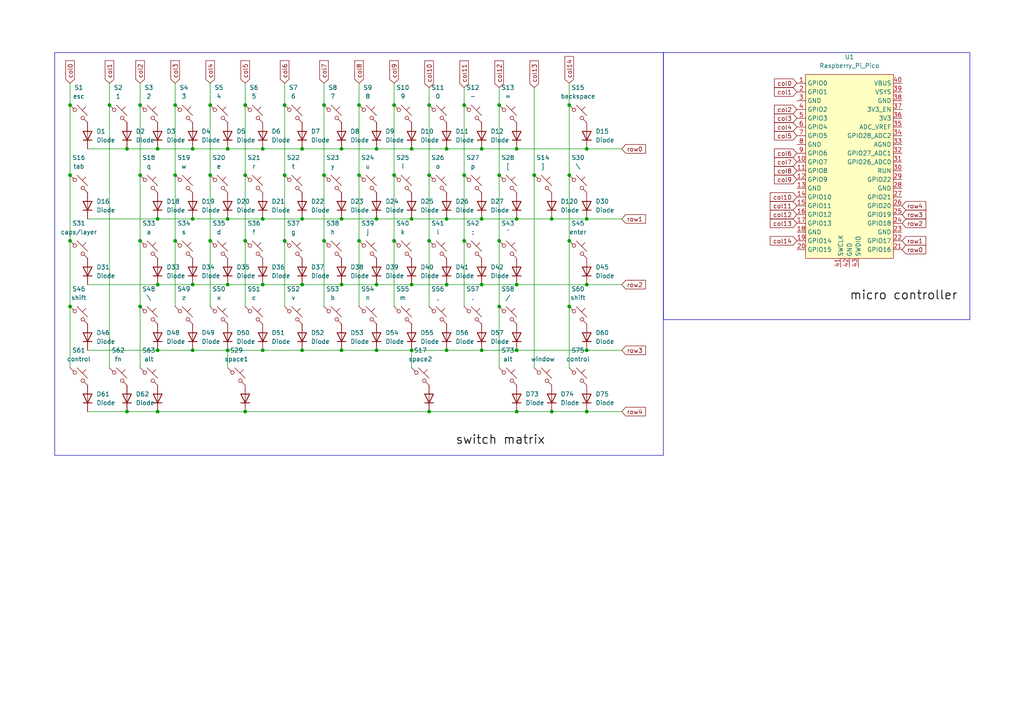
<source format=kicad_sch>
(kicad_sch (version 20250114) (generator "eeschema") (generator_version "9.0")
  (paper "A4")
  (rectangle (start 192.405 15.24) (end 281.305 92.71))
  (rectangle (start 15.875 15.24) (end 192.405 132.08))
  (junction (at 129.54 43.18))
  (junction (at 104.14 69.85))
  (junction (at 114.3 69.85))
  (junction (at 144.78 50.8))
  (junction (at 165.1 30.48))
  (junction (at 87.63 63.5))
  (junction (at 20.32 69.85))
  (junction (at 76.2 63.5))
  (junction (at 66.04 43.18))
  (junction (at 87.63 101.6))
  (junction (at 119.38 101.6))
  (junction (at 139.7 82.55))
  (junction (at 129.54 101.6))
  (junction (at 129.54 82.55))
  (junction (at 20.32 30.48))
  (junction (at 45.72 101.6))
  (junction (at 55.88 101.6))
  (junction (at 160.02 63.5))
  (junction (at 139.7 101.6))
  (junction (at 149.86 63.5))
  (junction (at 71.12 30.48))
  (junction (at 71.12 69.85))
  (junction (at 114.3 50.8))
  (junction (at 60.96 30.48))
  (junction (at 119.38 82.55))
  (junction (at 139.7 43.18))
  (junction (at 76.2 101.6))
  (junction (at 109.22 63.5))
  (junction (at 129.54 63.5))
  (junction (at 134.62 30.48))
  (junction (at 165.1 50.8))
  (junction (at 160.02 119.38))
  (junction (at 154.94 50.8))
  (junction (at 55.88 82.55))
  (junction (at 87.63 43.18))
  (junction (at 36.83 43.18))
  (junction (at 82.55 30.48))
  (junction (at 124.46 50.8))
  (junction (at 50.8 50.8))
  (junction (at 119.38 43.18))
  (junction (at 50.8 30.48))
  (junction (at 144.78 69.85))
  (junction (at 40.64 30.48))
  (junction (at 66.04 82.55))
  (junction (at 134.62 69.85))
  (junction (at 66.04 101.6))
  (junction (at 93.98 30.48))
  (junction (at 109.22 82.55))
  (junction (at 149.86 43.18))
  (junction (at 82.55 69.85))
  (junction (at 50.8 69.85))
  (junction (at 93.98 50.8))
  (junction (at 76.2 82.55))
  (junction (at 93.98 69.85))
  (junction (at 82.55 50.8))
  (junction (at 45.72 82.55))
  (junction (at 104.14 50.8))
  (junction (at 45.72 63.5))
  (junction (at 170.18 82.55))
  (junction (at 36.83 119.38))
  (junction (at 99.06 101.6))
  (junction (at 71.12 119.38))
  (junction (at 165.1 88.9))
  (junction (at 99.06 63.5))
  (junction (at 170.18 119.38))
  (junction (at 40.64 88.9))
  (junction (at 119.38 63.5))
  (junction (at 144.78 30.48))
  (junction (at 20.32 50.8))
  (junction (at 109.22 43.18))
  (junction (at 149.86 101.6))
  (junction (at 144.78 88.9))
  (junction (at 76.2 43.18))
  (junction (at 87.63 82.55))
  (junction (at 165.1 69.85))
  (junction (at 170.18 43.18))
  (junction (at 124.46 30.48))
  (junction (at 170.18 101.6))
  (junction (at 55.88 63.5))
  (junction (at 124.46 69.85))
  (junction (at 60.96 50.8))
  (junction (at 66.04 63.5))
  (junction (at 134.62 50.8))
  (junction (at 170.18 63.5))
  (junction (at 99.06 82.55))
  (junction (at 139.7 63.5))
  (junction (at 40.64 50.8))
  (junction (at 149.86 82.55))
  (junction (at 114.3 30.48))
  (junction (at 104.14 30.48))
  (junction (at 55.88 43.18))
  (junction (at 45.72 119.38))
  (junction (at 40.64 69.85))
  (junction (at 31.75 30.48))
  (junction (at 60.96 69.85))
  (junction (at 99.06 43.18))
  (junction (at 124.46 119.38))
  (junction (at 149.86 119.38))
  (junction (at 20.32 88.9))
  (junction (at 109.22 101.6))
  (junction (at 45.72 43.18))
  (junction (at 71.12 50.8))
  (wire (pts (xy 114.3 30.48) (xy 114.3 50.8)))
  (wire (pts (xy 165.1 88.9) (xy 165.1 106.68)))
  (wire (pts (xy 71.12 24.13) (xy 71.12 30.48)))
  (wire (pts (xy 82.55 30.48) (xy 82.55 50.8)))
  (wire (pts (xy 165.1 30.48) (xy 165.1 50.8)))
  (wire (pts (xy 170.18 43.18) (xy 180.34 43.18)))
  (wire (pts (xy 36.83 119.38) (xy 45.72 119.38)))
  (wire (pts (xy 144.78 25.4) (xy 144.78 30.48)))
  (wire (pts (xy 71.12 50.8) (xy 71.12 69.85)))
  (wire (pts (xy 36.83 43.18) (xy 45.72 43.18)))
  (wire (pts (xy 66.04 43.18) (xy 76.2 43.18)))
  (wire (pts (xy 160.02 119.38) (xy 170.18 119.38)))
  (wire (pts (xy 129.54 101.6) (xy 139.7 101.6)))
  (wire (pts (xy 149.86 101.6) (xy 170.18 101.6)))
  (wire (pts (xy 31.75 30.48) (xy 31.75 106.68)))
  (wire (pts (xy 109.22 101.6) (xy 119.38 101.6)))
  (wire (pts (xy 87.63 82.55) (xy 99.06 82.55)))
  (wire (pts (xy 55.88 101.6) (xy 66.04 101.6)))
  (wire (pts (xy 87.63 63.5) (xy 99.06 63.5)))
  (wire (pts (xy 82.55 69.85) (xy 82.55 88.9)))
  (wire (pts (xy 144.78 88.9) (xy 144.78 106.68)))
  (wire (pts (xy 149.86 82.55) (xy 170.18 82.55)))
  (wire (pts (xy 154.94 50.8) (xy 154.94 106.68)))
  (wire (pts (xy 180.34 119.38) (xy 170.18 119.38)))
  (wire (pts (xy 129.54 82.55) (xy 139.7 82.55)))
  (wire (pts (xy 40.64 88.9) (xy 40.64 106.68)))
  (wire (pts (xy 124.46 30.48) (xy 124.46 50.8)))
  (wire (pts (xy 124.46 50.8) (xy 124.46 69.85)))
  (wire (pts (xy 45.72 82.55) (xy 55.88 82.55)))
  (wire (pts (xy 55.88 43.18) (xy 66.04 43.18)))
  (wire (pts (xy 87.63 101.6) (xy 99.06 101.6)))
  (wire (pts (xy 45.72 63.5) (xy 55.88 63.5)))
  (wire (pts (xy 119.38 82.55) (xy 129.54 82.55)))
  (wire (pts (xy 109.22 82.55) (xy 119.38 82.55)))
  (wire (pts (xy 25.4 43.18) (xy 36.83 43.18)))
  (wire (pts (xy 76.2 82.55) (xy 87.63 82.55)))
  (wire (pts (xy 93.98 30.48) (xy 93.98 50.8)))
  (wire (pts (xy 134.62 25.4) (xy 134.62 30.48)))
  (wire (pts (xy 71.12 69.85) (xy 71.12 88.9)))
  (wire (pts (xy 134.62 69.85) (xy 134.62 88.9)))
  (wire (pts (xy 134.62 50.8) (xy 134.62 69.85)))
  (wire (pts (xy 60.96 50.8) (xy 60.96 69.85)))
  (wire (pts (xy 124.46 25.4) (xy 124.46 30.48)))
  (wire (pts (xy 114.3 69.85) (xy 114.3 88.9)))
  (wire (pts (xy 99.06 101.6) (xy 109.22 101.6)))
  (wire (pts (xy 144.78 30.48) (xy 144.78 50.8)))
  (wire (pts (xy 87.63 43.18) (xy 99.06 43.18)))
  (wire (pts (xy 40.64 24.13) (xy 40.64 30.48)))
  (wire (pts (xy 45.72 43.18) (xy 55.88 43.18)))
  (wire (pts (xy 104.14 24.13) (xy 104.14 30.48)))
  (wire (pts (xy 109.22 63.5) (xy 119.38 63.5)))
  (wire (pts (xy 25.4 101.6) (xy 45.72 101.6)))
  (wire (pts (xy 139.7 43.18) (xy 149.86 43.18)))
  (wire (pts (xy 165.1 69.85) (xy 165.1 88.9)))
  (wire (pts (xy 76.2 43.18) (xy 87.63 43.18)))
  (wire (pts (xy 45.72 119.38) (xy 71.12 119.38)))
  (wire (pts (xy 20.32 50.8) (xy 20.32 69.85)))
  (wire (pts (xy 55.88 63.5) (xy 66.04 63.5)))
  (wire (pts (xy 20.32 24.13) (xy 20.32 30.48)))
  (wire (pts (xy 40.64 50.8) (xy 40.64 69.85)))
  (wire (pts (xy 165.1 24.13) (xy 165.1 30.48)))
  (wire (pts (xy 99.06 82.55) (xy 109.22 82.55)))
  (wire (pts (xy 20.32 88.9) (xy 20.32 106.68)))
  (wire (pts (xy 60.96 30.48) (xy 60.96 50.8)))
  (wire (pts (xy 119.38 101.6) (xy 119.38 106.68)))
  (wire (pts (xy 129.54 63.5) (xy 139.7 63.5)))
  (wire (pts (xy 60.96 69.85) (xy 60.96 88.9)))
  (wire (pts (xy 25.4 82.55) (xy 45.72 82.55)))
  (wire (pts (xy 82.55 50.8) (xy 82.55 69.85)))
  (wire (pts (xy 82.55 24.13) (xy 82.55 30.48)))
  (wire (pts (xy 139.7 82.55) (xy 149.86 82.55)))
  (wire (pts (xy 45.72 101.6) (xy 55.88 101.6)))
  (wire (pts (xy 149.86 119.38) (xy 160.02 119.38)))
  (wire (pts (xy 170.18 63.5) (xy 180.34 63.5)))
  (wire (pts (xy 76.2 101.6) (xy 87.63 101.6)))
  (wire (pts (xy 124.46 69.85) (xy 124.46 88.9)))
  (wire (pts (xy 139.7 101.6) (xy 149.86 101.6)))
  (wire (pts (xy 55.88 82.55) (xy 66.04 82.55)))
  (wire (pts (xy 66.04 82.55) (xy 76.2 82.55)))
  (wire (pts (xy 129.54 43.18) (xy 139.7 43.18)))
  (wire (pts (xy 71.12 30.48) (xy 71.12 50.8)))
  (wire (pts (xy 71.12 119.38) (xy 124.46 119.38)))
  (wire (pts (xy 124.46 119.38) (xy 149.86 119.38)))
  (wire (pts (xy 119.38 101.6) (xy 129.54 101.6)))
  (wire (pts (xy 31.75 24.13) (xy 31.75 30.48)))
  (wire (pts (xy 66.04 101.6) (xy 66.04 106.68)))
  (wire (pts (xy 104.14 30.48) (xy 104.14 50.8)))
  (wire (pts (xy 25.4 63.5) (xy 45.72 63.5)))
  (wire (pts (xy 93.98 50.8) (xy 93.98 69.85)))
  (wire (pts (xy 114.3 50.8) (xy 114.3 69.85)))
  (wire (pts (xy 154.94 25.4) (xy 154.94 50.8)))
  (wire (pts (xy 109.22 43.18) (xy 119.38 43.18)))
  (wire (pts (xy 139.7 63.5) (xy 149.86 63.5)))
  (wire (pts (xy 144.78 69.85) (xy 144.78 88.9)))
  (wire (pts (xy 149.86 63.5) (xy 160.02 63.5)))
  (wire (pts (xy 93.98 69.85) (xy 93.98 88.9)))
  (wire (pts (xy 50.8 30.48) (xy 50.8 50.8)))
  (wire (pts (xy 104.14 69.85) (xy 104.14 88.9)))
  (wire (pts (xy 60.96 24.13) (xy 60.96 30.48)))
  (wire (pts (xy 160.02 63.5) (xy 170.18 63.5)))
  (wire (pts (xy 149.86 43.18) (xy 170.18 43.18)))
  (wire (pts (xy 25.4 119.38) (xy 36.83 119.38)))
  (wire (pts (xy 134.62 30.48) (xy 134.62 50.8)))
  (wire (pts (xy 180.34 101.6) (xy 170.18 101.6)))
  (wire (pts (xy 76.2 63.5) (xy 87.63 63.5)))
  (wire (pts (xy 99.06 63.5) (xy 109.22 63.5)))
  (wire (pts (xy 180.34 82.55) (xy 170.18 82.55)))
  (wire (pts (xy 119.38 43.18) (xy 129.54 43.18)))
  (wire (pts (xy 119.38 63.5) (xy 129.54 63.5)))
  (wire (pts (xy 99.06 43.18) (xy 109.22 43.18)))
  (wire (pts (xy 20.32 30.48) (xy 20.32 50.8)))
  (wire (pts (xy 20.32 69.85) (xy 20.32 88.9)))
  (wire (pts (xy 50.8 50.8) (xy 50.8 69.85)))
  (wire (pts (xy 66.04 63.5) (xy 76.2 63.5)))
  (wire (pts (xy 66.04 101.6) (xy 76.2 101.6)))
  (wire (pts (xy 40.64 30.48) (xy 40.64 50.8)))
  (wire (pts (xy 50.8 69.85) (xy 50.8 88.9)))
  (wire (pts (xy 165.1 50.8) (xy 165.1 69.85)))
  (wire (pts (xy 40.64 69.85) (xy 40.64 88.9)))
  (wire (pts (xy 50.8 24.13) (xy 50.8 30.48)))
  (wire (pts (xy 104.14 50.8) (xy 104.14 69.85)))
  (wire (pts (xy 144.78 50.8) (xy 144.78 69.85)))
  (wire (pts (xy 93.98 24.13) (xy 93.98 30.48)))
  (wire (pts (xy 114.3 24.13) (xy 114.3 30.48)))
  (label "micro controller" (at 246.38 87.63 0) (effects (font (size 2.54 2.54) (thickness 0.254) (bold yes))))
  (label "switch matrix" (at 132.08 129.54 0) (effects (font (size 2.54 2.54) (thickness 0.254) (bold yes))))
  (global_label "row2" (shape input) (at 180.34 82.55 0) (property "Intersheetrefs" "${INTERSHEET_REFS}" (effects (hide yes))))
  (global_label "row1" (shape input) (at 261.62 69.85 0) (property "Intersheetrefs" "${INTERSHEET_REFS}" (effects (hide yes))))
  (global_label "col5" (shape input) (at 231.14 39.37 180) (property "Intersheetrefs" "${INTERSHEET_REFS}" (effects (hide yes))))
  (global_label "col12" (shape input) (at 231.14 62.23 180) (property "Intersheetrefs" "${INTERSHEET_REFS}" (effects (hide yes))))
  (global_label "col8" (shape input) (at 231.14 49.53 180) (property "Intersheetrefs" "${INTERSHEET_REFS}" (effects (hide yes))))
  (global_label "row1" (shape input) (at 180.34 63.5 0) (property "Intersheetrefs" "${INTERSHEET_REFS}" (effects (hide yes))))
  (global_label "col12" (shape input) (at 144.78 25.4 90) (property "Intersheetrefs" "${INTERSHEET_REFS}" (effects (hide yes))))
  (global_label "col9" (shape input) (at 114.3 24.13 90) (property "Intersheetrefs" "${INTERSHEET_REFS}" (effects (hide yes))))
  (global_label "col2" (shape input) (at 231.14 31.75 180) (property "Intersheetrefs" "${INTERSHEET_REFS}" (effects (hide yes))))
  (global_label "col0" (shape input) (at 231.14 24.13 180) (property "Intersheetrefs" "${INTERSHEET_REFS}" (effects (hide yes))))
  (global_label "col1" (shape input) (at 31.75 24.13 90) (property "Intersheetrefs" "${INTERSHEET_REFS}" (effects (hide yes))))
  (global_label "col1" (shape input) (at 231.14 26.67 180) (property "Intersheetrefs" "${INTERSHEET_REFS}" (effects (hide yes))))
  (global_label "col4" (shape input) (at 231.14 36.83 180) (property "Intersheetrefs" "${INTERSHEET_REFS}" (effects (hide yes))))
  (global_label "col3" (shape input) (at 50.8 24.13 90) (property "Intersheetrefs" "${INTERSHEET_REFS}" (effects (hide yes))))
  (global_label "col2" (shape input) (at 40.64 24.13 90) (property "Intersheetrefs" "${INTERSHEET_REFS}" (effects (hide yes))))
  (global_label "row0" (shape input) (at 180.34 43.18 0) (property "Intersheetrefs" "${INTERSHEET_REFS}" (effects (hide yes))))
  (global_label "col4" (shape input) (at 60.96 24.13 90) (property "Intersheetrefs" "${INTERSHEET_REFS}" (effects (hide yes))))
  (global_label "col8" (shape input) (at 104.14 24.13 90) (property "Intersheetrefs" "${INTERSHEET_REFS}" (effects (hide yes))))
  (global_label "col11" (shape input) (at 231.14 59.69 180) (property "Intersheetrefs" "${INTERSHEET_REFS}" (effects (hide yes))))
  (global_label "col6" (shape input) (at 231.14 44.45 180) (property "Intersheetrefs" "${INTERSHEET_REFS}" (effects (hide yes))))
  (global_label "col3" (shape input) (at 231.14 34.29 180) (property "Intersheetrefs" "${INTERSHEET_REFS}" (effects (hide yes))))
  (global_label "col6" (shape input) (at 82.55 24.13 90) (property "Intersheetrefs" "${INTERSHEET_REFS}" (effects (hide yes))))
  (global_label "col13" (shape input) (at 231.14 64.77 180) (property "Intersheetrefs" "${INTERSHEET_REFS}" (effects (hide yes))))
  (global_label "col10" (shape input) (at 124.46 25.4 90) (property "Intersheetrefs" "${INTERSHEET_REFS}" (effects (hide yes))))
  (global_label "row3" (shape input) (at 261.62 62.23 0) (property "Intersheetrefs" "${INTERSHEET_REFS}" (effects (hide yes))))
  (global_label "row3" (shape input) (at 180.34 101.6 0) (property "Intersheetrefs" "${INTERSHEET_REFS}" (effects (hide yes))))
  (global_label "col7" (shape input) (at 93.98 24.13 90) (property "Intersheetrefs" "${INTERSHEET_REFS}" (effects (hide yes))))
  (global_label "col14" (shape input) (at 165.1 24.13 90) (property "Intersheetrefs" "${INTERSHEET_REFS}" (effects (hide yes))))
  (global_label "col0" (shape input) (at 20.32 24.13 90) (property "Intersheetrefs" "${INTERSHEET_REFS}" (effects (hide yes))))
  (global_label "row0" (shape input) (at 261.62 72.39 0) (property "Intersheetrefs" "${INTERSHEET_REFS}" (effects (hide yes))))
  (global_label "col5" (shape input) (at 71.12 24.13 90) (property "Intersheetrefs" "${INTERSHEET_REFS}" (effects (hide yes))))
  (global_label "col7" (shape input) (at 231.14 46.99 180) (property "Intersheetrefs" "${INTERSHEET_REFS}" (effects (hide yes))))
  (global_label "col9" (shape input) (at 231.14 52.07 180) (property "Intersheetrefs" "${INTERSHEET_REFS}" (effects (hide yes))))
  (global_label "row4" (shape input) (at 261.62 59.69 0) (property "Intersheetrefs" "${INTERSHEET_REFS}" (effects (hide yes))))
  (global_label "row2" (shape input) (at 261.62 64.77 0) (property "Intersheetrefs" "${INTERSHEET_REFS}" (effects (hide yes))))
  (global_label "col14" (shape input) (at 231.14 69.85 180) (property "Intersheetrefs" "${INTERSHEET_REFS}" (effects (hide yes))))
  (global_label "col11" (shape input) (at 134.62 25.4 90) (property "Intersheetrefs" "${INTERSHEET_REFS}" (effects (hide yes))))
  (global_label "col13" (shape input) (at 154.94 25.4 90) (property "Intersheetrefs" "${INTERSHEET_REFS}" (effects (hide yes))))
  (global_label "col10" (shape input) (at 231.14 57.15 180) (property "Intersheetrefs" "${INTERSHEET_REFS}" (effects (hide yes))))
  (global_label "row4" (shape input) (at 180.34 119.38 0) (property "Intersheetrefs" "${INTERSHEET_REFS}" (effects (hide yes))))
  (symbol (lib_id "ScottoKeebs:Placeholder_Keyswitch") (at 63.5 33.02 0) (unit 1)
    (property "Reference" "S5" (at 63.5 25.4 0))
    (property "Value" "4" (at 63.5 27.94 0))
    (property "Footprint" "PCM_Switch_Keyboard_Hotswap_Kailh:SW_Hotswap_Kailh_Choc_V1V2_1.00u" (effects (hide yes)))
    (property "Description" "Push button switch, normally open, two pins, 45° tilted" (effects (hide yes)))
  )
  (symbol (lib_id "ScottoKeebs:Placeholder_Diode") (at 45.72 59.69 90) (unit 1)
    (property "Reference" "D18" (at 48.26 58.4199 90) (effects (justify right)))
    (property "Value" "Diode" (at 48.26 60.9599 90) (effects (justify right)))
    (property "Footprint" "Diode_SMD:D_SOD-123F" (effects (hide yes)))
    (property "Description" "1N4148 (DO-35) or 1N4148W (SOD-123)" (effects (hide yes)))
    (property "Sim.Device" "D" (effects (hide yes)))
    (property "Sim.Pins" "1=K 2=A" (effects (hide yes)))
  )
  (symbol (lib_id "ScottoKeebs:Placeholder_Diode") (at 45.72 78.74 90) (unit 1)
    (property "Reference" "D33" (at 48.26 77.4699 90) (effects (justify right)))
    (property "Value" "Diode" (at 48.26 80.0099 90) (effects (justify right)))
    (property "Footprint" "Diode_SMD:D_SOD-123F" (effects (hide yes)))
    (property "Description" "1N4148 (DO-35) or 1N4148W (SOD-123)" (effects (hide yes)))
    (property "Sim.Device" "D" (effects (hide yes)))
    (property "Sim.Pins" "1=K 2=A" (effects (hide yes)))
  )
  (symbol (lib_id "ScottoKeebs:Placeholder_Keyswitch") (at 147.32 33.02 0) (unit 1)
    (property "Reference" "S13" (at 147.32 25.4 0))
    (property "Value" "=" (at 147.32 27.94 0))
    (property "Footprint" "PCM_Switch_Keyboard_Hotswap_Kailh:SW_Hotswap_Kailh_Choc_V1V2_1.00u" (effects (hide yes)))
    (property "Description" "Push button switch, normally open, two pins, 45° tilted" (effects (hide yes)))
  )
  (symbol (lib_id "ScottoKeebs:Placeholder_Diode") (at 149.86 78.74 90) (unit 1)
    (property "Reference" "D43" (effects (hide yes)))
    (property "Value" "Diode" (effects (hide yes)))
    (property "Footprint" "Diode_SMD:D_SOD-123F" (effects (hide yes)))
    (property "Description" "1N4148 (DO-35) or 1N4148W (SOD-123)" (effects (hide yes)))
    (property "Sim.Device" "D" (effects (hide yes)))
    (property "Sim.Pins" "1=K 2=A" (effects (hide yes)))
  )
  (symbol (lib_id "ScottoKeebs:Placeholder_Diode") (at 139.7 39.37 90) (unit 1)
    (property "Reference" "D12" (at 142.24 38.0999 90) (effects (justify right)))
    (property "Value" "Diode" (at 142.24 40.6399 90) (effects (justify right)))
    (property "Footprint" "Diode_SMD:D_SOD-123F" (effects (hide yes)))
    (property "Description" "1N4148 (DO-35) or 1N4148W (SOD-123)" (effects (hide yes)))
    (property "Sim.Device" "D" (effects (hide yes)))
    (property "Sim.Pins" "1=K 2=A" (effects (hide yes)))
  )
  (symbol (lib_id "ScottoKeebs:Placeholder_Keyswitch") (at 127 33.02 0) (unit 1)
    (property "Reference" "S11" (at 127 25.4 0))
    (property "Value" "0" (at 127 27.94 0))
    (property "Footprint" "PCM_Switch_Keyboard_Hotswap_Kailh:SW_Hotswap_Kailh_Choc_V1V2_1.00u" (effects (hide yes)))
    (property "Description" "Push button switch, normally open, two pins, 45° tilted" (effects (hide yes)))
  )
  (symbol (lib_id "ScottoKeebs:Placeholder_Keyswitch") (at 22.86 33.02 0) (unit 1)
    (property "Reference" "S1" (at 22.86 25.4 0))
    (property "Value" "esc" (at 22.86 27.94 0))
    (property "Footprint" "PCM_Switch_Keyboard_Hotswap_Kailh:SW_Hotswap_Kailh_Choc_V1V2_1.00u" (effects (hide yes)))
    (property "Description" "Push button switch, normally open, two pins, 45° tilted" (effects (hide yes)))
  )
  (symbol (lib_id "ScottoKeebs:Placeholder_Diode") (at 55.88 59.69 90) (unit 1)
    (property "Reference" "D19" (at 58.42 58.4199 90) (effects (justify right)))
    (property "Value" "Diode" (at 58.42 60.9599 90) (effects (justify right)))
    (property "Footprint" "Diode_SMD:D_SOD-123F" (effects (hide yes)))
    (property "Description" "1N4148 (DO-35) or 1N4148W (SOD-123)" (effects (hide yes)))
    (property "Sim.Device" "D" (effects (hide yes)))
    (property "Sim.Pins" "1=K 2=A" (effects (hide yes)))
  )
  (symbol (lib_id "ScottoKeebs:Placeholder_Keyswitch") (at 85.09 53.34 0) (unit 1)
    (property "Reference" "S22" (at 85.09 45.72 0))
    (property "Value" "t" (at 85.09 48.26 0))
    (property "Footprint" "PCM_Switch_Keyboard_Hotswap_Kailh:SW_Hotswap_Kailh_Choc_V1V2_1.00u" (effects (hide yes)))
    (property "Description" "Push button switch, normally open, two pins, 45° tilted" (effects (hide yes)))
  )
  (symbol (lib_id "ScottoKeebs:Placeholder_Keyswitch") (at 147.32 91.44 0) (unit 1)
    (property "Reference" "S58" (at 147.32 83.82 0))
    (property "Value" "/" (at 147.32 86.36 0))
    (property "Footprint" "PCM_Switch_Keyboard_Hotswap_Kailh:SW_Hotswap_Kailh_Choc_V1V2_1.00u" (effects (hide yes)))
    (property "Description" "Push button switch, normally open, two pins, 45° tilted" (effects (hide yes)))
  )
  (symbol (lib_id "ScottoKeebs:Placeholder_Keyswitch") (at 43.18 72.39 0) (unit 1)
    (property "Reference" "S33" (at 43.18 64.77 0))
    (property "Value" "a" (at 43.18 67.31 0))
    (property "Footprint" "PCM_Switch_Keyboard_Hotswap_Kailh:SW_Hotswap_Kailh_Choc_V1V2_1.00u" (effects (hide yes)))
    (property "Description" "Push button switch, normally open, two pins, 45° tilted" (effects (hide yes)))
  )
  (symbol (lib_id "ScottoKeebs:Placeholder_Keyswitch") (at 127 72.39 0) (unit 1)
    (property "Reference" "S41" (at 127 64.77 0))
    (property "Value" "l" (at 127 67.31 0))
    (property "Footprint" "PCM_Switch_Keyboard_Hotswap_Kailh:SW_Hotswap_Kailh_Choc_V1V2_1.00u" (effects (hide yes)))
    (property "Description" "Push button switch, normally open, two pins, 45° tilted" (effects (hide yes)))
  )
  (symbol (lib_id "ScottoKeebs:Placeholder_Diode") (at 66.04 39.37 90) (unit 1)
    (property "Reference" "D5" (at 68.58 38.0999 90) (effects (justify right)))
    (property "Value" "Diode" (at 68.58 40.6399 90) (effects (justify right)))
    (property "Footprint" "Diode_SMD:D_SOD-123F" (effects (hide yes)))
    (property "Description" "1N4148 (DO-35) or 1N4148W (SOD-123)" (effects (hide yes)))
    (property "Sim.Device" "D" (effects (hide yes)))
    (property "Sim.Pins" "1=K 2=A" (effects (hide yes)))
  )
  (symbol (lib_id "ScottoKeebs:Placeholder_Keyswitch") (at 43.18 53.34 0) (unit 1)
    (property "Reference" "S18" (at 43.18 45.72 0))
    (property "Value" "q" (at 43.18 48.26 0))
    (property "Footprint" "PCM_Switch_Keyboard_Hotswap_Kailh:SW_Hotswap_Kailh_Choc_V1V2_1.00u" (effects (hide yes)))
    (property "Description" "Push button switch, normally open, two pins, 45° tilted" (effects (hide yes)))
  )
  (symbol (lib_id "ScottoKeebs:Placeholder_Keyswitch") (at 127 91.44 0) (unit 1)
    (property "Reference" "S56" (at 127 83.82 0))
    (property "Value" "," (at 127 86.36 0))
    (property "Footprint" "PCM_Switch_Keyboard_Hotswap_Kailh:SW_Hotswap_Kailh_Choc_V1V2_1.00u" (effects (hide yes)))
    (property "Description" "Push button switch, normally open, two pins, 45° tilted" (effects (hide yes)))
  )
  (symbol (lib_id "ScottoKeebs:Placeholder_Keyswitch") (at 53.34 53.34 0) (unit 1)
    (property "Reference" "S19" (at 53.34 45.72 0))
    (property "Value" "w" (at 53.34 48.26 0))
    (property "Footprint" "PCM_Switch_Keyboard_Hotswap_Kailh:SW_Hotswap_Kailh_Choc_V1V2_1.00u" (effects (hide yes)))
    (property "Description" "Push button switch, normally open, two pins, 45° tilted" (effects (hide yes)))
  )
  (symbol (lib_id "ScottoKeebs:Placeholder_Diode") (at 25.4 115.57 90) (unit 1)
    (property "Reference" "D61" (at 27.94 114.2999 90) (effects (justify right)))
    (property "Value" "Diode" (at 27.94 116.8399 90) (effects (justify right)))
    (property "Footprint" "Diode_SMD:D_SOD-123F" (effects (hide yes)))
    (property "Description" "1N4148 (DO-35) or 1N4148W (SOD-123)" (effects (hide yes)))
    (property "Sim.Device" "D" (effects (hide yes)))
    (property "Sim.Pins" "1=K 2=A" (effects (hide yes)))
  )
  (symbol (lib_id "ScottoKeebs:Placeholder_Diode") (at 45.72 39.37 90) (unit 1)
    (property "Reference" "D3" (at 48.26 38.0999 90) (effects (justify right)))
    (property "Value" "Diode" (at 48.26 40.6399 90) (effects (justify right)))
    (property "Footprint" "Diode_SMD:D_SOD-123F" (effects (hide yes)))
    (property "Description" "1N4148 (DO-35) or 1N4148W (SOD-123)" (effects (hide yes)))
    (property "Sim.Device" "D" (effects (hide yes)))
    (property "Sim.Pins" "1=K 2=A" (effects (hide yes)))
  )
  (symbol (lib_id "ScottoKeebs:Placeholder_Diode") (at 139.7 97.79 90) (unit 1)
    (property "Reference" "D57" (at 142.24 96.5199 90) (effects (justify right)))
    (property "Value" "Diode" (at 142.24 99.0599 90) (effects (justify right)))
    (property "Footprint" "Diode_SMD:D_SOD-123F" (effects (hide yes)))
    (property "Description" "1N4148 (DO-35) or 1N4148W (SOD-123)" (effects (hide yes)))
    (property "Sim.Device" "D" (effects (hide yes)))
    (property "Sim.Pins" "1=K 2=A" (effects (hide yes)))
  )
  (symbol (lib_id "ScottoKeebs:Placeholder_Keyswitch") (at 73.66 53.34 0) (unit 1)
    (property "Reference" "S21" (at 73.66 45.72 0))
    (property "Value" "r" (at 73.66 48.26 0))
    (property "Footprint" "PCM_Switch_Keyboard_Hotswap_Kailh:SW_Hotswap_Kailh_Choc_V1V2_1.00u" (effects (hide yes)))
    (property "Description" "Push button switch, normally open, two pins, 45° tilted" (effects (hide yes)))
  )
  (symbol (lib_id "ScottoKeebs:Placeholder_Keyswitch") (at 34.29 33.02 0) (unit 1)
    (property "Reference" "S2" (at 34.29 25.4 0))
    (property "Value" "1" (at 34.29 27.94 0))
    (property "Footprint" "PCM_Switch_Keyboard_Hotswap_Kailh:SW_Hotswap_Kailh_Choc_V1V2_1.00u" (effects (hide yes)))
    (property "Description" "Push button switch, normally open, two pins, 45° tilted" (effects (hide yes)))
  )
  (symbol (lib_id "ScottoKeebs:Placeholder_Keyswitch") (at 96.52 53.34 0) (unit 1)
    (property "Reference" "S23" (at 96.52 45.72 0))
    (property "Value" "y" (at 96.52 48.26 0))
    (property "Footprint" "PCM_Switch_Keyboard_Hotswap_Kailh:SW_Hotswap_Kailh_Choc_V1V2_1.00u" (effects (hide yes)))
    (property "Description" "Push button switch, normally open, two pins, 45° tilted" (effects (hide yes)))
  )
  (symbol (lib_id "ScottoKeebs:Placeholder_Keyswitch") (at 137.16 33.02 0) (unit 1)
    (property "Reference" "S12" (at 137.16 25.4 0))
    (property "Value" "-" (at 137.16 27.94 0))
    (property "Footprint" "PCM_Switch_Keyboard_Hotswap_Kailh:SW_Hotswap_Kailh_Choc_V1V2_1.00u" (effects (hide yes)))
    (property "Description" "Push button switch, normally open, two pins, 45° tilted" (effects (hide yes)))
  )
  (symbol (lib_id "ScottoKeebs:Placeholder_Diode") (at 36.83 39.37 90) (unit 1)
    (property "Reference" "D2" (at 39.37 38.0999 90) (effects (justify right)))
    (property "Value" "Diode" (at 39.37 40.6399 90) (effects (justify right)))
    (property "Footprint" "Diode_SMD:D_SOD-123F" (effects (hide yes)))
    (property "Description" "1N4148 (DO-35) or 1N4148W (SOD-123)" (effects (hide yes)))
    (property "Sim.Device" "D" (effects (hide yes)))
    (property "Sim.Pins" "1=K 2=A" (effects (hide yes)))
  )
  (symbol (lib_id "ScottoKeebs:Placeholder_Keyswitch") (at 147.32 72.39 0) (unit 1)
    (property "Reference" "S43" (at 147.32 64.77 0))
    (property "Value" "'" (at 147.32 67.31 0))
    (property "Footprint" "PCM_Switch_Keyboard_Hotswap_Kailh:SW_Hotswap_Kailh_Choc_V1V2_1.00u" (effects (hide yes)))
    (property "Description" "Push button switch, normally open, two pins, 45° tilted" (effects (hide yes)))
  )
  (symbol (lib_id "ScottoKeebs:Placeholder_Diode") (at 149.86 115.57 90) (unit 1)
    (property "Reference" "D73" (at 152.4 114.2999 90) (effects (justify right)))
    (property "Value" "Diode" (at 152.4 116.8399 90) (effects (justify right)))
    (property "Footprint" "Diode_SMD:D_SOD-123F" (effects (hide yes)))
    (property "Description" "1N4148 (DO-35) or 1N4148W (SOD-123)" (effects (hide yes)))
    (property "Sim.Device" "D" (effects (hide yes)))
    (property "Sim.Pins" "1=K 2=A" (effects (hide yes)))
  )
  (symbol (lib_id "ScottoKeebs:Placeholder_Keyswitch") (at 167.64 109.22 0) (unit 1)
    (property "Reference" "S75" (at 167.64 101.6 0))
    (property "Value" "control" (at 167.64 104.14 0))
    (property "Footprint" "PCM_Switch_Keyboard_Hotswap_Kailh:SW_Hotswap_Kailh_Choc_V1V2_1.00u" (effects (hide yes)))
    (property "Description" "Push button switch, normally open, two pins, 45° tilted" (effects (hide yes)))
  )
  (symbol (lib_id "ScottoKeebs:Placeholder_Keyswitch") (at 121.92 109.22 0) (unit 1)
    (property "Reference" "S17" (at 121.92 101.6 0))
    (property "Value" "space2" (at 121.92 104.14 0))
    (property "Footprint" "PCM_Switch_Keyboard_Hotswap_Kailh:SW_Hotswap_Kailh_Choc_V1V2_1.25u" (effects (hide yes)))
    (property "Description" "Push button switch, normally open, two pins, 45° tilted" (effects (hide yes)))
  )
  (symbol (lib_id "ScottoKeebs:Placeholder_Diode") (at 36.83 115.57 90) (unit 1)
    (property "Reference" "D62" (at 39.37 114.2999 90) (effects (justify right)))
    (property "Value" "Diode" (at 39.37 116.8399 90) (effects (justify right)))
    (property "Footprint" "Diode_SMD:D_SOD-123F" (effects (hide yes)))
    (property "Description" "1N4148 (DO-35) or 1N4148W (SOD-123)" (effects (hide yes)))
    (property "Sim.Device" "D" (effects (hide yes)))
    (property "Sim.Pins" "1=K 2=A" (effects (hide yes)))
  )
  (symbol (lib_id "ScottoKeebs:Placeholder_Diode") (at 25.4 59.69 90) (unit 1)
    (property "Reference" "D16" (at 27.94 58.4199 90) (effects (justify right)))
    (property "Value" "Diode" (at 27.94 60.9599 90) (effects (justify right)))
    (property "Footprint" "Diode_SMD:D_SOD-123F" (effects (hide yes)))
    (property "Description" "1N4148 (DO-35) or 1N4148W (SOD-123)" (effects (hide yes)))
    (property "Sim.Device" "D" (effects (hide yes)))
    (property "Sim.Pins" "1=K 2=A" (effects (hide yes)))
  )
  (symbol (lib_id "ScottoKeebs:Placeholder_Keyswitch") (at 53.34 72.39 0) (unit 1)
    (property "Reference" "S34" (at 53.34 64.77 0))
    (property "Value" "s" (at 53.34 67.31 0))
    (property "Footprint" "PCM_Switch_Keyboard_Hotswap_Kailh:SW_Hotswap_Kailh_Choc_V1V2_1.00u" (effects (hide yes)))
    (property "Description" "Push button switch, normally open, two pins, 45° tilted" (effects (hide yes)))
  )
  (symbol (lib_id "ScottoKeebs:Placeholder_Diode") (at 149.86 59.69 90) (unit 1)
    (property "Reference" "D28" (effects (hide yes)))
    (property "Value" "Diode" (effects (hide yes)))
    (property "Footprint" "Diode_SMD:D_SOD-123F" (effects (hide yes)))
    (property "Description" "1N4148 (DO-35) or 1N4148W (SOD-123)" (effects (hide yes)))
    (property "Sim.Device" "D" (effects (hide yes)))
    (property "Sim.Pins" "1=K 2=A" (effects (hide yes)))
  )
  (symbol (lib_id "ScottoKeebs:Placeholder_Keyswitch") (at 137.16 91.44 0) (unit 1)
    (property "Reference" "S57" (at 137.16 83.82 0))
    (property "Value" "." (at 137.16 86.36 0))
    (property "Footprint" "PCM_Switch_Keyboard_Hotswap_Kailh:SW_Hotswap_Kailh_Choc_V1V2_1.00u" (effects (hide yes)))
    (property "Description" "Push button switch, normally open, two pins, 45° tilted" (effects (hide yes)))
  )
  (symbol (lib_id "ScottoKeebs:Placeholder_Keyswitch") (at 106.68 53.34 0) (unit 1)
    (property "Reference" "S24" (at 106.68 45.72 0))
    (property "Value" "u" (at 106.68 48.26 0))
    (property "Footprint" "PCM_Switch_Keyboard_Hotswap_Kailh:SW_Hotswap_Kailh_Choc_V1V2_1.00u" (effects (hide yes)))
    (property "Description" "Push button switch, normally open, two pins, 45° tilted" (effects (hide yes)))
  )
  (symbol (lib_id "ScottoKeebs:Placeholder_Keyswitch") (at 116.84 72.39 0) (unit 1)
    (property "Reference" "S40" (at 116.84 64.77 0))
    (property "Value" "k" (at 116.84 67.31 0))
    (property "Footprint" "PCM_Switch_Keyboard_Hotswap_Kailh:SW_Hotswap_Kailh_Choc_V1V2_1.00u" (effects (hide yes)))
    (property "Description" "Push button switch, normally open, two pins, 45° tilted" (effects (hide yes)))
  )
  (symbol (lib_id "ScottoKeebs:Placeholder_Keyswitch") (at 63.5 53.34 0) (unit 1)
    (property "Reference" "S20" (at 63.5 45.72 0))
    (property "Value" "e" (at 63.5 48.26 0))
    (property "Footprint" "PCM_Switch_Keyboard_Hotswap_Kailh:SW_Hotswap_Kailh_Choc_V1V2_1.00u" (effects (hide yes)))
    (property "Description" "Push button switch, normally open, two pins, 45° tilted" (effects (hide yes)))
  )
  (symbol (lib_id "ScottoKeebs:Placeholder_Diode") (at 129.54 78.74 90) (unit 1)
    (property "Reference" "D41" (at 132.08 77.4699 90) (effects (justify right)))
    (property "Value" "Diode" (at 132.08 80.0099 90) (effects (justify right)))
    (property "Footprint" "Diode_SMD:D_SOD-123F" (effects (hide yes)))
    (property "Description" "1N4148 (DO-35) or 1N4148W (SOD-123)" (effects (hide yes)))
    (property "Sim.Device" "D" (effects (hide yes)))
    (property "Sim.Pins" "1=K 2=A" (effects (hide yes)))
  )
  (symbol (lib_id "ScottoKeebs:Placeholder_Keyswitch") (at 43.18 109.22 0) (unit 1)
    (property "Reference" "S63" (at 43.18 101.6 0))
    (property "Value" "alt" (at 43.18 104.14 0))
    (property "Footprint" "PCM_Switch_Keyboard_Hotswap_Kailh:SW_Hotswap_Kailh_Choc_V1V2_1.00u" (effects (hide yes)))
    (property "Description" "Push button switch, normally open, two pins, 45° tilted" (effects (hide yes)))
  )
  (symbol (lib_id "ScottoKeebs:Placeholder_Keyswitch") (at 63.5 72.39 0) (unit 1)
    (property "Reference" "S35" (at 63.5 64.77 0))
    (property "Value" "d" (at 63.5 67.31 0))
    (property "Footprint" "PCM_Switch_Keyboard_Hotswap_Kailh:SW_Hotswap_Kailh_Choc_V1V2_1.00u" (effects (hide yes)))
    (property "Description" "Push button switch, normally open, two pins, 45° tilted" (effects (hide yes)))
  )
  (symbol (lib_id "ScottoKeebs:Placeholder_Keyswitch") (at 53.34 91.44 0) (unit 1)
    (property "Reference" "S49" (at 53.34 83.82 0))
    (property "Value" "z" (at 53.34 86.36 0))
    (property "Footprint" "PCM_Switch_Keyboard_Hotswap_Kailh:SW_Hotswap_Kailh_Choc_V1V2_1.00u" (effects (hide yes)))
    (property "Description" "Push button switch, normally open, two pins, 45° tilted" (effects (hide yes)))
  )
  (symbol (lib_id "ScottoKeebs:Placeholder_Diode") (at 149.86 39.37 90) (unit 1)
    (property "Reference" "D13" (effects (hide yes)))
    (property "Value" "Diode" (effects (hide yes)))
    (property "Footprint" "Diode_SMD:D_SOD-123F" (effects (hide yes)))
    (property "Description" "1N4148 (DO-35) or 1N4148W (SOD-123)" (effects (hide yes)))
    (property "Sim.Device" "D" (effects (hide yes)))
    (property "Sim.Pins" "1=K 2=A" (effects (hide yes)))
  )
  (symbol (lib_id "ScottoKeebs:Placeholder_Keyswitch") (at 116.84 91.44 0) (unit 1)
    (property "Reference" "S55" (at 116.84 83.82 0))
    (property "Value" "m" (at 116.84 86.36 0))
    (property "Footprint" "PCM_Switch_Keyboard_Hotswap_Kailh:SW_Hotswap_Kailh_Choc_V1V2_1.00u" (effects (hide yes)))
    (property "Description" "Push button switch, normally open, two pins, 45° tilted" (effects (hide yes)))
  )
  (symbol (lib_id "ScottoKeebs:Placeholder_Diode") (at 160.02 59.69 90) (unit 1)
    (property "Reference" "D120" (at 162.56 58.4199 90) (effects (justify right)))
    (property "Value" "Diode" (at 162.56 60.9599 90) (effects (justify right)))
    (property "Footprint" "Diode_SMD:D_SOD-123F" (effects (hide yes)))
    (property "Description" "1N4148 (DO-35) or 1N4148W (SOD-123)" (effects (hide yes)))
    (property "Sim.Device" "D" (effects (hide yes)))
    (property "Sim.Pins" "1=K 2=A" (effects (hide yes)))
  )
  (symbol (lib_id "ScottoKeebs:Placeholder_Keyswitch") (at 106.68 72.39 0) (unit 1)
    (property "Reference" "S39" (at 106.68 64.77 0))
    (property "Value" "j" (at 106.68 67.31 0))
    (property "Footprint" "PCM_Switch_Keyboard_Hotswap_Kailh:SW_Hotswap_Kailh_Choc_V1V2_1.00u" (effects (hide yes)))
    (property "Description" "Push button switch, normally open, two pins, 45° tilted" (effects (hide yes)))
  )
  (symbol (lib_id "ScottoKeebs:Placeholder_Keyswitch") (at 34.29 109.22 0) (unit 1)
    (property "Reference" "S62" (at 34.29 101.6 0))
    (property "Value" "fn" (at 34.29 104.14 0))
    (property "Footprint" "PCM_Switch_Keyboard_Hotswap_Kailh:SW_Hotswap_Kailh_Choc_V1V2_1.00u" (effects (hide yes)))
    (property "Description" "Push button switch, normally open, two pins, 45° tilted" (effects (hide yes)))
  )
  (symbol (lib_id "ScottoKeebs:Placeholder_Keyswitch") (at 73.66 91.44 0) (unit 1)
    (property "Reference" "S51" (at 73.66 83.82 0))
    (property "Value" "c" (at 73.66 86.36 0))
    (property "Footprint" "PCM_Switch_Keyboard_Hotswap_Kailh:SW_Hotswap_Kailh_Choc_V1V2_1.00u" (effects (hide yes)))
    (property "Description" "Push button switch, normally open, two pins, 45° tilted" (effects (hide yes)))
  )
  (symbol (lib_id "ScottoKeebs:Placeholder_Keyswitch") (at 116.84 33.02 0) (unit 1)
    (property "Reference" "S10" (at 116.84 25.4 0))
    (property "Value" "9" (at 116.84 27.94 0))
    (property "Footprint" "PCM_Switch_Keyboard_Hotswap_Kailh:SW_Hotswap_Kailh_Choc_V1V2_1.00u" (effects (hide yes)))
    (property "Description" "Push button switch, normally open, two pins, 45° tilted" (effects (hide yes)))
  )
  (symbol (lib_id "ScottoKeebs:Placeholder_Diode") (at 129.54 39.37 90) (unit 1)
    (property "Reference" "D11" (at 132.08 38.0999 90) (effects (justify right)))
    (property "Value" "Diode" (at 132.08 40.6399 90) (effects (justify right)))
    (property "Footprint" "Diode_SMD:D_SOD-123F" (effects (hide yes)))
    (property "Description" "1N4148 (DO-35) or 1N4148W (SOD-123)" (effects (hide yes)))
    (property "Sim.Device" "D" (effects (hide yes)))
    (property "Sim.Pins" "1=K 2=A" (effects (hide yes)))
  )
  (symbol (lib_id "ScottoKeebs:Placeholder_Diode") (at 87.63 78.74 90) (unit 1)
    (property "Reference" "D37" (at 90.17 77.4699 90) (effects (justify right)))
    (property "Value" "Diode" (at 90.17 80.0099 90) (effects (justify right)))
    (property "Footprint" "Diode_SMD:D_SOD-123F" (effects (hide yes)))
    (property "Description" "1N4148 (DO-35) or 1N4148W (SOD-123)" (effects (hide yes)))
    (property "Sim.Device" "D" (effects (hide yes)))
    (property "Sim.Pins" "1=K 2=A" (effects (hide yes)))
  )
  (symbol (lib_id "ScottoKeebs:Placeholder_Diode") (at 99.06 97.79 90) (unit 1)
    (property "Reference" "D53" (at 101.6 96.5199 90) (effects (justify right)))
    (property "Value" "Diode" (at 101.6 99.0599 90) (effects (justify right)))
    (property "Footprint" "Diode_SMD:D_SOD-123F" (effects (hide yes)))
    (property "Description" "1N4148 (DO-35) or 1N4148W (SOD-123)" (effects (hide yes)))
    (property "Sim.Device" "D" (effects (hide yes)))
    (property "Sim.Pins" "1=K 2=A" (effects (hide yes)))
  )
  (symbol (lib_id "ScottoKeebs:MCU_Raspberry_Pi_Pico") (at 246.38 48.26 0) (unit 1)
    (property "Reference" "U1" (at 246.38 16.51 0))
    (property "Value" "Raspberry_Pi_Pico" (at 246.38 19.05 0))
    (property "Footprint" "ScottoKeebs_MCU:Raspberry_Pi_Pico" (effects (hide yes)))
  )
  (symbol (lib_id "ScottoKeebs:Placeholder_Diode") (at 76.2 97.79 90) (unit 1)
    (property "Reference" "D51" (at 78.74 96.5199 90) (effects (justify right)))
    (property "Value" "Diode" (at 78.74 99.0599 90) (effects (justify right)))
    (property "Footprint" "Diode_SMD:D_SOD-123F" (effects (hide yes)))
    (property "Description" "1N4148 (DO-35) or 1N4148W (SOD-123)" (effects (hide yes)))
    (property "Sim.Device" "D" (effects (hide yes)))
    (property "Sim.Pins" "1=K 2=A" (effects (hide yes)))
  )
  (symbol (lib_id "ScottoKeebs:Placeholder_Keyswitch") (at 167.64 72.39 0) (unit 1)
    (property "Reference" "S45" (at 167.64 64.77 0))
    (property "Value" "enter" (at 167.64 67.31 0))
    (property "Footprint" "PCM_Switch_Keyboard_Hotswap_Kailh:SW_Hotswap_Kailh_Choc_V1V2_1.25u" (effects (hide yes)))
    (property "Description" "Push button switch, normally open, two pins, 45° tilted" (effects (hide yes)))
  )
  (symbol (lib_id "ScottoKeebs:Placeholder_Keyswitch") (at 43.18 33.02 0) (unit 1)
    (property "Reference" "S3" (at 43.18 25.4 0))
    (property "Value" "2" (at 43.18 27.94 0))
    (property "Footprint" "PCM_Switch_Keyboard_Hotswap_Kailh:SW_Hotswap_Kailh_Choc_V1V2_1.00u" (effects (hide yes)))
    (property "Description" "Push button switch, normally open, two pins, 45° tilted" (effects (hide yes)))
  )
  (symbol (lib_id "ScottoKeebs:Placeholder_Diode") (at 119.38 97.79 90) (unit 1)
    (property "Reference" "D55" (at 121.92 96.5199 90) (effects (justify right)))
    (property "Value" "Diode" (at 121.92 99.0599 90) (effects (justify right)))
    (property "Footprint" "Diode_SMD:D_SOD-123F" (effects (hide yes)))
    (property "Description" "1N4148 (DO-35) or 1N4148W (SOD-123)" (effects (hide yes)))
    (property "Sim.Device" "D" (effects (hide yes)))
    (property "Sim.Pins" "1=K 2=A" (effects (hide yes)))
  )
  (symbol (lib_id "ScottoKeebs:Placeholder_Diode") (at 99.06 39.37 90) (unit 1)
    (property "Reference" "D8" (at 101.6 38.0999 90) (effects (justify right)))
    (property "Value" "Diode" (at 101.6 40.6399 90) (effects (justify right)))
    (property "Footprint" "Diode_SMD:D_SOD-123F" (effects (hide yes)))
    (property "Description" "1N4148 (DO-35) or 1N4148W (SOD-123)" (effects (hide yes)))
    (property "Sim.Device" "D" (effects (hide yes)))
    (property "Sim.Pins" "1=K 2=A" (effects (hide yes)))
  )
  (symbol (lib_id "ScottoKeebs:Placeholder_Diode") (at 66.04 78.74 90) (unit 1)
    (property "Reference" "D35" (at 68.58 77.4699 90) (effects (justify right)))
    (property "Value" "Diode" (at 68.58 80.0099 90) (effects (justify right)))
    (property "Footprint" "Diode_SMD:D_SOD-123F" (effects (hide yes)))
    (property "Description" "1N4148 (DO-35) or 1N4148W (SOD-123)" (effects (hide yes)))
    (property "Sim.Device" "D" (effects (hide yes)))
    (property "Sim.Pins" "1=K 2=A" (effects (hide yes)))
  )
  (symbol (lib_id "ScottoKeebs:Placeholder_Diode") (at 25.4 97.79 90) (unit 1)
    (property "Reference" "D46" (at 27.94 96.5199 90) (effects (justify right)))
    (property "Value" "Diode" (at 27.94 99.0599 90) (effects (justify right)))
    (property "Footprint" "Diode_SMD:D_SOD-123F" (effects (hide yes)))
    (property "Description" "1N4148 (DO-35) or 1N4148W (SOD-123)" (effects (hide yes)))
    (property "Sim.Device" "D" (effects (hide yes)))
    (property "Sim.Pins" "1=K 2=A" (effects (hide yes)))
  )
  (symbol (lib_id "ScottoKeebs:Placeholder_Keyswitch") (at 96.52 33.02 0) (unit 1)
    (property "Reference" "S8" (at 96.52 25.4 0))
    (property "Value" "7" (at 96.52 27.94 0))
    (property "Footprint" "PCM_Switch_Keyboard_Hotswap_Kailh:SW_Hotswap_Kailh_Choc_V1V2_1.00u" (effects (hide yes)))
    (property "Description" "Push button switch, normally open, two pins, 45° tilted" (effects (hide yes)))
  )
  (symbol (lib_id "ScottoKeebs:Placeholder_Diode") (at 109.22 59.69 90) (unit 1)
    (property "Reference" "D24" (at 111.76 58.4199 90) (effects (justify right)))
    (property "Value" "Diode" (at 111.76 60.9599 90) (effects (justify right)))
    (property "Footprint" "Diode_SMD:D_SOD-123F" (effects (hide yes)))
    (property "Description" "1N4148 (DO-35) or 1N4148W (SOD-123)" (effects (hide yes)))
    (property "Sim.Device" "D" (effects (hide yes)))
    (property "Sim.Pins" "1=K 2=A" (effects (hide yes)))
  )
  (symbol (lib_id "ScottoKeebs:Placeholder_Keyswitch") (at 167.64 53.34 0) (unit 1)
    (property "Reference" "S30" (at 167.64 45.72 0))
    (property "Value" "\\" (at 167.64 48.26 0))
    (property "Footprint" "PCM_Switch_Keyboard_Hotswap_Kailh:SW_Hotswap_Kailh_Choc_V1V2_1.00u" (effects (hide yes)))
    (property "Description" "Push button switch, normally open, two pins, 45° tilted" (effects (hide yes)))
  )
  (symbol (lib_id "ScottoKeebs:Placeholder_Diode") (at 76.2 39.37 90) (unit 1)
    (property "Reference" "D6" (at 78.74 38.0999 90) (effects (justify right)))
    (property "Value" "Diode" (at 78.74 40.6399 90) (effects (justify right)))
    (property "Footprint" "Diode_SMD:D_SOD-123F" (effects (hide yes)))
    (property "Description" "1N4148 (DO-35) or 1N4148W (SOD-123)" (effects (hide yes)))
    (property "Sim.Device" "D" (effects (hide yes)))
    (property "Sim.Pins" "1=K 2=A" (effects (hide yes)))
  )
  (symbol (lib_id "ScottoKeebs:Placeholder_Diode") (at 119.38 78.74 90) (unit 1)
    (property "Reference" "D40" (at 121.92 77.4699 90) (effects (justify right)))
    (property "Value" "Diode" (at 121.92 80.0099 90) (effects (justify right)))
    (property "Footprint" "Diode_SMD:D_SOD-123F" (effects (hide yes)))
    (property "Description" "1N4148 (DO-35) or 1N4148W (SOD-123)" (effects (hide yes)))
    (property "Sim.Device" "D" (effects (hide yes)))
    (property "Sim.Pins" "1=K 2=A" (effects (hide yes)))
  )
  (symbol (lib_id "ScottoKeebs:Placeholder_Diode") (at 45.72 97.79 90) (unit 1)
    (property "Reference" "D48" (at 48.26 96.5199 90) (effects (justify right)))
    (property "Value" "Diode" (at 48.26 99.0599 90) (effects (justify right)))
    (property "Footprint" "Diode_SMD:D_SOD-123F" (effects (hide yes)))
    (property "Description" "1N4148 (DO-35) or 1N4148W (SOD-123)" (effects (hide yes)))
    (property "Sim.Device" "D" (effects (hide yes)))
    (property "Sim.Pins" "1=K 2=A" (effects (hide yes)))
  )
  (symbol (lib_id "ScottoKeebs:Placeholder_Diode") (at 76.2 78.74 90) (unit 1)
    (property "Reference" "D36" (at 78.74 77.4699 90) (effects (justify right)))
    (property "Value" "Diode" (at 78.74 80.0099 90) (effects (justify right)))
    (property "Footprint" "Diode_SMD:D_SOD-123F" (effects (hide yes)))
    (property "Description" "1N4148 (DO-35) or 1N4148W (SOD-123)" (effects (hide yes)))
    (property "Sim.Device" "D" (effects (hide yes)))
    (property "Sim.Pins" "1=K 2=A" (effects (hide yes)))
  )
  (symbol (lib_id "ScottoKeebs:Placeholder_Keyswitch") (at 85.09 91.44 0) (unit 1)
    (property "Reference" "S52" (at 85.09 83.82 0))
    (property "Value" "v" (at 85.09 86.36 0))
    (property "Footprint" "PCM_Switch_Keyboard_Hotswap_Kailh:SW_Hotswap_Kailh_Choc_V1V2_1.00u" (effects (hide yes)))
    (property "Description" "Push button switch, normally open, two pins, 45° tilted" (effects (hide yes)))
  )
  (symbol (lib_id "ScottoKeebs:Placeholder_Diode") (at 119.38 39.37 90) (unit 1)
    (property "Reference" "D10" (at 121.92 38.0999 90) (effects (justify right)))
    (property "Value" "Diode" (at 121.92 40.6399 90) (effects (justify right)))
    (property "Footprint" "Diode_SMD:D_SOD-123F" (effects (hide yes)))
    (property "Description" "1N4148 (DO-35) or 1N4148W (SOD-123)" (effects (hide yes)))
    (property "Sim.Device" "D" (effects (hide yes)))
    (property "Sim.Pins" "1=K 2=A" (effects (hide yes)))
  )
  (symbol (lib_id "ScottoKeebs:Placeholder_Diode") (at 99.06 78.74 90) (unit 1)
    (property "Reference" "D38" (at 101.6 77.4699 90) (effects (justify right)))
    (property "Value" "Diode" (at 101.6 80.0099 90) (effects (justify right)))
    (property "Footprint" "Diode_SMD:D_SOD-123F" (effects (hide yes)))
    (property "Description" "1N4148 (DO-35) or 1N4148W (SOD-123)" (effects (hide yes)))
    (property "Sim.Device" "D" (effects (hide yes)))
    (property "Sim.Pins" "1=K 2=A" (effects (hide yes)))
  )
  (symbol (lib_id "ScottoKeebs:Placeholder_Diode") (at 87.63 39.37 90) (unit 1)
    (property "Reference" "D7" (at 90.17 38.0999 90) (effects (justify right)))
    (property "Value" "Diode" (at 90.17 40.6399 90) (effects (justify right)))
    (property "Footprint" "Diode_SMD:D_SOD-123F" (effects (hide yes)))
    (property "Description" "1N4148 (DO-35) or 1N4148W (SOD-123)" (effects (hide yes)))
    (property "Sim.Device" "D" (effects (hide yes)))
    (property "Sim.Pins" "1=K 2=A" (effects (hide yes)))
  )
  (symbol (lib_id "ScottoKeebs:Placeholder_Keyswitch") (at 147.32 109.22 0) (unit 1)
    (property "Reference" "S73" (at 147.32 101.6 0))
    (property "Value" "alt" (at 147.32 104.14 0))
    (property "Footprint" "PCM_Switch_Keyboard_Hotswap_Kailh:SW_Hotswap_Kailh_Choc_V1V2_1.00u" (effects (hide yes)))
    (property "Description" "Push button switch, normally open, two pins, 45° tilted" (effects (hide yes)))
  )
  (symbol (lib_id "ScottoKeebs:Placeholder_Diode") (at 109.22 97.79 90) (unit 1)
    (property "Reference" "D54" (at 111.76 96.5199 90) (effects (justify right)))
    (property "Value" "Diode" (at 111.76 99.0599 90) (effects (justify right)))
    (property "Footprint" "Diode_SMD:D_SOD-123F" (effects (hide yes)))
    (property "Description" "1N4148 (DO-35) or 1N4148W (SOD-123)" (effects (hide yes)))
    (property "Sim.Device" "D" (effects (hide yes)))
    (property "Sim.Pins" "1=K 2=A" (effects (hide yes)))
  )
  (symbol (lib_id "ScottoKeebs:Placeholder_Keyswitch") (at 53.34 33.02 0) (unit 1)
    (property "Reference" "S4" (at 53.34 25.4 0))
    (property "Value" "3" (at 53.34 27.94 0))
    (property "Footprint" "PCM_Switch_Keyboard_Hotswap_Kailh:SW_Hotswap_Kailh_Choc_V1V2_1.00u" (effects (hide yes)))
    (property "Description" "Push button switch, normally open, two pins, 45° tilted" (effects (hide yes)))
  )
  (symbol (lib_id "ScottoKeebs:Placeholder_Diode") (at 25.4 78.74 90) (unit 1)
    (property "Reference" "D31" (at 27.94 77.4699 90) (effects (justify right)))
    (property "Value" "Diode" (at 27.94 80.0099 90) (effects (justify right)))
    (property "Footprint" "Diode_SMD:D_SOD-123F" (effects (hide yes)))
    (property "Description" "1N4148 (DO-35) or 1N4148W (SOD-123)" (effects (hide yes)))
    (property "Sim.Device" "D" (effects (hide yes)))
    (property "Sim.Pins" "1=K 2=A" (effects (hide yes)))
  )
  (symbol (lib_id "ScottoKeebs:Placeholder_Diode") (at 87.63 59.69 90) (unit 1)
    (property "Reference" "D22" (at 90.17 58.4199 90) (effects (justify right)))
    (property "Value" "Diode" (at 90.17 60.9599 90) (effects (justify right)))
    (property "Footprint" "Diode_SMD:D_SOD-123F" (effects (hide yes)))
    (property "Description" "1N4148 (DO-35) or 1N4148W (SOD-123)" (effects (hide yes)))
    (property "Sim.Device" "D" (effects (hide yes)))
    (property "Sim.Pins" "1=K 2=A" (effects (hide yes)))
  )
  (symbol (lib_id "ScottoKeebs:Placeholder_Diode") (at 66.04 97.79 90) (unit 1)
    (property "Reference" "D50" (at 68.58 96.5199 90) (effects (justify right)))
    (property "Value" "Diode" (at 68.58 99.0599 90) (effects (justify right)))
    (property "Footprint" "Diode_SMD:D_SOD-123F" (effects (hide yes)))
    (property "Description" "1N4148 (DO-35) or 1N4148W (SOD-123)" (effects (hide yes)))
    (property "Sim.Device" "D" (effects (hide yes)))
    (property "Sim.Pins" "1=K 2=A" (effects (hide yes)))
  )
  (symbol (lib_id "ScottoKeebs:Placeholder_Keyswitch") (at 157.48 109.22 0) (unit 1)
    (property "Reference" "S74" (effects (hide yes)))
    (property "Value" "window" (at 157.48 104.14 0))
    (property "Footprint" "PCM_Switch_Keyboard_Hotswap_Kailh:SW_Hotswap_Kailh_Choc_V1V2_1.00u" (effects (hide yes)))
    (property "Description" "Push button switch, normally open, two pins, 45° tilted" (effects (hide yes)))
  )
  (symbol (lib_id "ScottoKeebs:Placeholder_Keyswitch") (at 22.86 72.39 0) (unit 1)
    (property "Reference" "S31" (at 22.86 64.77 0))
    (property "Value" "caps/layer" (at 22.86 67.31 0))
    (property "Footprint" "PCM_Switch_Keyboard_Hotswap_Kailh:SW_Hotswap_Kailh_Choc_V1V2_1.00u" (effects (hide yes)))
    (property "Description" "Push button switch, normally open, two pins, 45° tilted" (effects (hide yes)))
  )
  (symbol (lib_id "ScottoKeebs:Placeholder_Keyswitch") (at 85.09 33.02 0) (unit 1)
    (property "Reference" "S7" (at 85.09 25.4 0))
    (property "Value" "6" (at 85.09 27.94 0))
    (property "Footprint" "PCM_Switch_Keyboard_Hotswap_Kailh:SW_Hotswap_Kailh_Choc_V1V2_1.00u" (effects (hide yes)))
    (property "Description" "Push button switch, normally open, two pins, 45° tilted" (effects (hide yes)))
  )
  (symbol (lib_id "ScottoKeebs:Placeholder_Keyswitch") (at 147.32 53.34 0) (unit 1)
    (property "Reference" "S28" (at 147.32 45.72 0))
    (property "Value" "[" (at 147.32 48.26 0))
    (property "Footprint" "PCM_Switch_Keyboard_Hotswap_Kailh:SW_Hotswap_Kailh_Choc_V1V2_1.00u" (effects (hide yes)))
    (property "Description" "Push button switch, normally open, two pins, 45° tilted" (effects (hide yes)))
  )
  (symbol (lib_id "ScottoKeebs:Placeholder_Diode") (at 55.88 39.37 90) (unit 1)
    (property "Reference" "D4" (at 58.42 38.0999 90) (effects (justify right)))
    (property "Value" "Diode" (at 58.42 40.6399 90) (effects (justify right)))
    (property "Footprint" "Diode_SMD:D_SOD-123F" (effects (hide yes)))
    (property "Description" "1N4148 (DO-35) or 1N4148W (SOD-123)" (effects (hide yes)))
    (property "Sim.Device" "D" (effects (hide yes)))
    (property "Sim.Pins" "1=K 2=A" (effects (hide yes)))
  )
  (symbol (lib_id "ScottoKeebs:Placeholder_Keyswitch") (at 43.18 91.44 0) (unit 1)
    (property "Reference" "S48" (at 43.18 83.82 0))
    (property "Value" "\\" (at 43.18 86.36 0))
    (property "Footprint" "PCM_Switch_Keyboard_Hotswap_Kailh:SW_Hotswap_Kailh_Choc_V1V2_1.00u" (effects (hide yes)))
    (property "Description" "Push button switch, normally open, two pins, 45° tilted" (effects (hide yes)))
  )
  (symbol (lib_id "ScottoKeebs:Placeholder_Diode") (at 170.18 97.79 90) (unit 1)
    (property "Reference" "D60" (at 172.72 96.5199 90) (effects (justify right)))
    (property "Value" "Diode" (at 172.72 99.0599 90) (effects (justify right)))
    (property "Footprint" "Diode_SMD:D_SOD-123F" (effects (hide yes)))
    (property "Description" "1N4148 (DO-35) or 1N4148W (SOD-123)" (effects (hide yes)))
    (property "Sim.Device" "D" (effects (hide yes)))
    (property "Sim.Pins" "1=K 2=A" (effects (hide yes)))
  )
  (symbol (lib_id "ScottoKeebs:Placeholder_Keyswitch") (at 167.64 91.44 0) (unit 1)
    (property "Reference" "S60" (at 167.64 83.82 0))
    (property "Value" "shift" (at 167.64 86.36 0))
    (property "Footprint" "PCM_Switch_Keyboard_Hotswap_Kailh:SW_Hotswap_Kailh_Choc_V1V2_1.25u" (effects (hide yes)))
    (property "Description" "Push button switch, normally open, two pins, 45° tilted" (effects (hide yes)))
  )
  (symbol (lib_id "ScottoKeebs:Placeholder_Diode") (at 55.88 97.79 90) (unit 1)
    (property "Reference" "D49" (at 58.42 96.5199 90) (effects (justify right)))
    (property "Value" "Diode" (at 58.42 99.0599 90) (effects (justify right)))
    (property "Footprint" "Diode_SMD:D_SOD-123F" (effects (hide yes)))
    (property "Description" "1N4148 (DO-35) or 1N4148W (SOD-123)" (effects (hide yes)))
    (property "Sim.Device" "D" (effects (hide yes)))
    (property "Sim.Pins" "1=K 2=A" (effects (hide yes)))
  )
  (symbol (lib_id "ScottoKeebs:Placeholder_Diode") (at 160.02 115.57 90) (unit 1)
    (property "Reference" "D74" (at 162.56 114.2999 90) (effects (justify right)))
    (property "Value" "Diode" (at 162.56 116.8399 90) (effects (justify right)))
    (property "Footprint" "Diode_SMD:D_SOD-123F" (effects (hide yes)))
    (property "Description" "1N4148 (DO-35) or 1N4148W (SOD-123)" (effects (hide yes)))
    (property "Sim.Device" "D" (effects (hide yes)))
    (property "Sim.Pins" "1=K 2=A" (effects (hide yes)))
  )
  (symbol (lib_id "ScottoKeebs:Placeholder_Diode") (at 109.22 39.37 90) (unit 1)
    (property "Reference" "D9" (at 111.76 38.0999 90) (effects (justify right)))
    (property "Value" "Diode" (at 111.76 40.6399 90) (effects (justify right)))
    (property "Footprint" "Diode_SMD:D_SOD-123F" (effects (hide yes)))
    (property "Description" "1N4148 (DO-35) or 1N4148W (SOD-123)" (effects (hide yes)))
    (property "Sim.Device" "D" (effects (hide yes)))
    (property "Sim.Pins" "1=K 2=A" (effects (hide yes)))
  )
  (symbol (lib_id "ScottoKeebs:Placeholder_Keyswitch") (at 63.5 91.44 0) (unit 1)
    (property "Reference" "S50" (at 63.5 83.82 0))
    (property "Value" "x" (at 63.5 86.36 0))
    (property "Footprint" "PCM_Switch_Keyboard_Hotswap_Kailh:SW_Hotswap_Kailh_Choc_V1V2_1.00u" (effects (hide yes)))
    (property "Description" "Push button switch, normally open, two pins, 45° tilted" (effects (hide yes)))
  )
  (symbol (lib_id "ScottoKeebs:Placeholder_Diode") (at 55.88 78.74 90) (unit 1)
    (property "Reference" "D34" (at 58.42 77.4699 90) (effects (justify right)))
    (property "Value" "Diode" (at 58.42 80.0099 90) (effects (justify right)))
    (property "Footprint" "Diode_SMD:D_SOD-123F" (effects (hide yes)))
    (property "Description" "1N4148 (DO-35) or 1N4148W (SOD-123)" (effects (hide yes)))
    (property "Sim.Device" "D" (effects (hide yes)))
    (property "Sim.Pins" "1=K 2=A" (effects (hide yes)))
  )
  (symbol (lib_id "ScottoKeebs:Placeholder_Keyswitch") (at 127 53.34 0) (unit 1)
    (property "Reference" "S26" (at 127 45.72 0))
    (property "Value" "o" (at 127 48.26 0))
    (property "Footprint" "PCM_Switch_Keyboard_Hotswap_Kailh:SW_Hotswap_Kailh_Choc_V1V2_1.00u" (effects (hide yes)))
    (property "Description" "Push button switch, normally open, two pins, 45° tilted" (effects (hide yes)))
  )
  (symbol (lib_id "ScottoKeebs:Placeholder_Keyswitch") (at 116.84 53.34 0) (unit 1)
    (property "Reference" "S25" (at 116.84 45.72 0))
    (property "Value" "i" (at 116.84 48.26 0))
    (property "Footprint" "PCM_Switch_Keyboard_Hotswap_Kailh:SW_Hotswap_Kailh_Choc_V1V2_1.00u" (effects (hide yes)))
    (property "Description" "Push button switch, normally open, two pins, 45° tilted" (effects (hide yes)))
  )
  (symbol (lib_id "ScottoKeebs:Placeholder_Keyswitch") (at 73.66 33.02 0) (unit 1)
    (property "Reference" "S6" (at 73.66 25.4 0))
    (property "Value" "5" (at 73.66 27.94 0))
    (property "Footprint" "PCM_Switch_Keyboard_Hotswap_Kailh:SW_Hotswap_Kailh_Choc_V1V2_1.00u" (effects (hide yes)))
    (property "Description" "Push button switch, normally open, two pins, 45° tilted" (effects (hide yes)))
  )
  (symbol (lib_id "ScottoKeebs:Placeholder_Keyswitch") (at 157.48 53.34 0) (unit 1)
    (property "Reference" "S14" (at 157.48 45.72 0))
    (property "Value" "]" (at 157.48 48.26 0))
    (property "Footprint" "PCM_Switch_Keyboard_Hotswap_Kailh:SW_Hotswap_Kailh_Choc_V1V2_1.00u" (effects (hide yes)))
    (property "Description" "Push button switch, normally open, two pins, 45° tilted" (effects (hide yes)))
  )
  (symbol (lib_id "ScottoKeebs:Placeholder_Diode") (at 119.38 59.69 90) (unit 1)
    (property "Reference" "D25" (at 121.92 58.4199 90) (effects (justify right)))
    (property "Value" "Diode" (at 121.92 60.9599 90) (effects (justify right)))
    (property "Footprint" "Diode_SMD:D_SOD-123F" (effects (hide yes)))
    (property "Description" "1N4148 (DO-35) or 1N4148W (SOD-123)" (effects (hide yes)))
    (property "Sim.Device" "D" (effects (hide yes)))
    (property "Sim.Pins" "1=K 2=A" (effects (hide yes)))
  )
  (symbol (lib_id "ScottoKeebs:Placeholder_Keyswitch") (at 85.09 72.39 0) (unit 1)
    (property "Reference" "S37" (at 85.09 64.77 0))
    (property "Value" "g" (at 85.09 67.31 0))
    (property "Footprint" "PCM_Switch_Keyboard_Hotswap_Kailh:SW_Hotswap_Kailh_Choc_V1V2_1.00u" (effects (hide yes)))
    (property "Description" "Push button switch, normally open, two pins, 45° tilted" (effects (hide yes)))
  )
  (symbol (lib_id "ScottoKeebs:Placeholder_Diode") (at 170.18 115.57 90) (unit 1)
    (property "Reference" "D75" (at 172.72 114.2999 90) (effects (justify right)))
    (property "Value" "Diode" (at 172.72 116.8399 90) (effects (justify right)))
    (property "Footprint" "Diode_SMD:D_SOD-123F" (effects (hide yes)))
    (property "Description" "1N4148 (DO-35) or 1N4148W (SOD-123)" (effects (hide yes)))
    (property "Sim.Device" "D" (effects (hide yes)))
    (property "Sim.Pins" "1=K 2=A" (effects (hide yes)))
  )
  (symbol (lib_id "ScottoKeebs:Placeholder_Diode") (at 124.46 115.57 90) (unit 1)
    (property "Reference" "D68" (effects (hide yes)))
    (property "Value" "Diode" (effects (hide yes)))
    (property "Footprint" "Diode_SMD:D_SOD-123F" (effects (hide yes)))
    (property "Description" "1N4148 (DO-35) or 1N4148W (SOD-123)" (effects (hide yes)))
    (property "Sim.Device" "D" (effects (hide yes)))
    (property "Sim.Pins" "1=K 2=A" (effects (hide yes)))
  )
  (symbol (lib_id "ScottoKeebs:Placeholder_Diode") (at 129.54 59.69 90) (unit 1)
    (property "Reference" "D26" (at 132.08 58.4199 90) (effects (justify right)))
    (property "Value" "Diode" (at 132.08 60.9599 90) (effects (justify right)))
    (property "Footprint" "Diode_SMD:D_SOD-123F" (effects (hide yes)))
    (property "Description" "1N4148 (DO-35) or 1N4148W (SOD-123)" (effects (hide yes)))
    (property "Sim.Device" "D" (effects (hide yes)))
    (property "Sim.Pins" "1=K 2=A" (effects (hide yes)))
  )
  (symbol (lib_id "ScottoKeebs:Placeholder_Keyswitch") (at 73.66 72.39 0) (unit 1)
    (property "Reference" "S36" (at 73.66 64.77 0))
    (property "Value" "f" (at 73.66 67.31 0))
    (property "Footprint" "PCM_Switch_Keyboard_Hotswap_Kailh:SW_Hotswap_Kailh_Choc_V1V2_1.00u" (effects (hide yes)))
    (property "Description" "Push button switch, normally open, two pins, 45° tilted" (effects (hide yes)))
  )
  (symbol (lib_id "ScottoKeebs:Placeholder_Diode") (at 129.54 97.79 90) (unit 1)
    (property "Reference" "D56" (at 132.08 96.5199 90) (effects (justify right)))
    (property "Value" "Diode" (at 132.08 99.0599 90) (effects (justify right)))
    (property "Footprint" "Diode_SMD:D_SOD-123F" (effects (hide yes)))
    (property "Description" "1N4148 (DO-35) or 1N4148W (SOD-123)" (effects (hide yes)))
    (property "Sim.Device" "D" (effects (hide yes)))
    (property "Sim.Pins" "1=K 2=A" (effects (hide yes)))
  )
  (symbol (lib_id "ScottoKeebs:Placeholder_Keyswitch") (at 137.16 72.39 0) (unit 1)
    (property "Reference" "S42" (at 137.16 64.77 0))
    (property "Value" ";" (at 137.16 67.31 0))
    (property "Footprint" "PCM_Switch_Keyboard_Hotswap_Kailh:SW_Hotswap_Kailh_Choc_V1V2_1.00u" (effects (hide yes)))
    (property "Description" "Push button switch, normally open, two pins, 45° tilted" (effects (hide yes)))
  )
  (symbol (lib_id "ScottoKeebs:Placeholder_Keyswitch") (at 106.68 91.44 0) (unit 1)
    (property "Reference" "S54" (at 106.68 83.82 0))
    (property "Value" "n" (at 106.68 86.36 0))
    (property "Footprint" "PCM_Switch_Keyboard_Hotswap_Kailh:SW_Hotswap_Kailh_Choc_V1V2_1.00u" (effects (hide yes)))
    (property "Description" "Push button switch, normally open, two pins, 45° tilted" (effects (hide yes)))
  )
  (symbol (lib_id "ScottoKeebs:Placeholder_Keyswitch") (at 96.52 72.39 0) (unit 1)
    (property "Reference" "S38" (at 96.52 64.77 0))
    (property "Value" "h" (at 96.52 67.31 0))
    (property "Footprint" "PCM_Switch_Keyboard_Hotswap_Kailh:SW_Hotswap_Kailh_Choc_V1V2_1.00u" (effects (hide yes)))
    (property "Description" "Push button switch, normally open, two pins, 45° tilted" (effects (hide yes)))
  )
  (symbol (lib_id "ScottoKeebs:Placeholder_Diode") (at 25.4 39.37 90) (unit 1)
    (property "Reference" "D1" (at 27.94 38.0999 90) (effects (justify right)))
    (property "Value" "Diode" (at 27.94 40.6399 90) (effects (justify right)))
    (property "Footprint" "Diode_SMD:D_SOD-123F" (effects (hide yes)))
    (property "Description" "1N4148 (DO-35) or 1N4148W (SOD-123)" (effects (hide yes)))
    (property "Sim.Device" "D" (effects (hide yes)))
    (property "Sim.Pins" "1=K 2=A" (effects (hide yes)))
  )
  (symbol (lib_id "ScottoKeebs:Placeholder_Diode") (at 149.86 97.79 90) (unit 1)
    (property "Reference" "D58" (effects (hide yes)))
    (property "Value" "Diode" (effects (hide yes)))
    (property "Footprint" "Diode_SMD:D_SOD-123F" (effects (hide yes)))
    (property "Description" "1N4148 (DO-35) or 1N4148W (SOD-123)" (effects (hide yes)))
    (property "Sim.Device" "D" (effects (hide yes)))
    (property "Sim.Pins" "1=K 2=A" (effects (hide yes)))
  )
  (symbol (lib_id "ScottoKeebs:Placeholder_Diode") (at 87.63 97.79 90) (unit 1)
    (property "Reference" "D52" (at 90.17 96.5199 90) (effects (justify right)))
    (property "Value" "Diode" (at 90.17 99.0599 90) (effects (justify right)))
    (property "Footprint" "Diode_SMD:D_SOD-123F" (effects (hide yes)))
    (property "Description" "1N4148 (DO-35) or 1N4148W (SOD-123)" (effects (hide yes)))
    (property "Sim.Device" "D" (effects (hide yes)))
    (property "Sim.Pins" "1=K 2=A" (effects (hide yes)))
  )
  (symbol (lib_id "ScottoKeebs:Placeholder_Diode") (at 71.12 115.57 90) (unit 1)
    (property "Reference" "D121" (effects (hide yes)))
    (property "Value" "Diode" (effects (hide yes)))
    (property "Footprint" "Diode_SMD:D_SOD-123F" (effects (hide yes)))
    (property "Description" "1N4148 (DO-35) or 1N4148W (SOD-123)" (effects (hide yes)))
    (property "Sim.Device" "D" (effects (hide yes)))
    (property "Sim.Pins" "1=K 2=A" (effects (hide yes)))
  )
  (symbol (lib_id "ScottoKeebs:Placeholder_Diode") (at 109.22 78.74 90) (unit 1)
    (property "Reference" "D39" (at 111.76 77.4699 90) (effects (justify right)))
    (property "Value" "Diode" (at 111.76 80.0099 90) (effects (justify right)))
    (property "Footprint" "Diode_SMD:D_SOD-123F" (effects (hide yes)))
    (property "Description" "1N4148 (DO-35) or 1N4148W (SOD-123)" (effects (hide yes)))
    (property "Sim.Device" "D" (effects (hide yes)))
    (property "Sim.Pins" "1=K 2=A" (effects (hide yes)))
  )
  (symbol (lib_id "ScottoKeebs:Placeholder_Keyswitch") (at 167.64 33.02 0) (unit 1)
    (property "Reference" "S15" (at 167.64 25.4 0))
    (property "Value" "backspace" (at 167.64 27.94 0))
    (property "Footprint" "PCM_Switch_Keyboard_Hotswap_Kailh:SW_Hotswap_Kailh_Choc_V1V2_1.00u" (effects (hide yes)))
    (property "Description" "Push button switch, normally open, two pins, 45° tilted" (effects (hide yes)))
  )
  (symbol (lib_id "ScottoKeebs:Placeholder_Keyswitch") (at 68.58 109.22 0) (unit 1)
    (property "Reference" "S29" (at 68.58 101.6 0))
    (property "Value" "space1" (at 68.58 104.14 0))
    (property "Footprint" "PCM_Switch_Keyboard_Hotswap_Kailh:SW_Hotswap_Kailh_Choc_V1V2_1.25u" (effects (hide yes)))
    (property "Description" "Push button switch, normally open, two pins, 45° tilted" (effects (hide yes)))
  )
  (symbol (lib_id "ScottoKeebs:Placeholder_Keyswitch") (at 22.86 91.44 0) (unit 1)
    (property "Reference" "S46" (at 22.86 83.82 0))
    (property "Value" "shift" (at 22.86 86.36 0))
    (property "Footprint" "PCM_Switch_Keyboard_Hotswap_Kailh:SW_Hotswap_Kailh_Choc_V1V2_1.00u" (effects (hide yes)))
    (property "Description" "Push button switch, normally open, two pins, 45° tilted" (effects (hide yes)))
  )
  (symbol (lib_id "ScottoKeebs:Placeholder_Diode") (at 139.7 78.74 90) (unit 1)
    (property "Reference" "D42" (at 142.24 77.4699 90) (effects (justify right)))
    (property "Value" "Diode" (at 142.24 80.0099 90) (effects (justify right)))
    (property "Footprint" "Diode_SMD:D_SOD-123F" (effects (hide yes)))
    (property "Description" "1N4148 (DO-35) or 1N4148W (SOD-123)" (effects (hide yes)))
    (property "Sim.Device" "D" (effects (hide yes)))
    (property "Sim.Pins" "1=K 2=A" (effects (hide yes)))
  )
  (symbol (lib_id "ScottoKeebs:Placeholder_Diode") (at 139.7 59.69 90) (unit 1)
    (property "Reference" "D27" (at 142.24 58.4199 90) (effects (justify right)))
    (property "Value" "Diode" (at 142.24 60.9599 90) (effects (justify right)))
    (property "Footprint" "Diode_SMD:D_SOD-123F" (effects (hide yes)))
    (property "Description" "1N4148 (DO-35) or 1N4148W (SOD-123)" (effects (hide yes)))
    (property "Sim.Device" "D" (effects (hide yes)))
    (property "Sim.Pins" "1=K 2=A" (effects (hide yes)))
  )
  (symbol (lib_id "ScottoKeebs:Placeholder_Diode") (at 76.2 59.69 90) (unit 1)
    (property "Reference" "D21" (at 78.74 58.4199 90) (effects (justify right)))
    (property "Value" "Diode" (at 78.74 60.9599 90) (effects (justify right)))
    (property "Footprint" "Diode_SMD:D_SOD-123F" (effects (hide yes)))
    (property "Description" "1N4148 (DO-35) or 1N4148W (SOD-123)" (effects (hide yes)))
    (property "Sim.Device" "D" (effects (hide yes)))
    (property "Sim.Pins" "1=K 2=A" (effects (hide yes)))
  )
  (symbol (lib_id "ScottoKeebs:Placeholder_Keyswitch") (at 96.52 91.44 0) (unit 1)
    (property "Reference" "S53" (at 96.52 83.82 0))
    (property "Value" "b" (at 96.52 86.36 0))
    (property "Footprint" "PCM_Switch_Keyboard_Hotswap_Kailh:SW_Hotswap_Kailh_Choc_V1V2_1.00u" (effects (hide yes)))
    (property "Description" "Push button switch, normally open, two pins, 45° tilted" (effects (hide yes)))
  )
  (symbol (lib_id "ScottoKeebs:Placeholder_Diode") (at 66.04 59.69 90) (unit 1)
    (property "Reference" "D20" (at 68.58 58.4199 90) (effects (justify right)))
    (property "Value" "Diode" (at 68.58 60.9599 90) (effects (justify right)))
    (property "Footprint" "Diode_SMD:D_SOD-123F" (effects (hide yes)))
    (property "Description" "1N4148 (DO-35) or 1N4148W (SOD-123)" (effects (hide yes)))
    (property "Sim.Device" "D" (effects (hide yes)))
    (property "Sim.Pins" "1=K 2=A" (effects (hide yes)))
  )
  (symbol (lib_id "ScottoKeebs:Placeholder_Keyswitch") (at 22.86 53.34 0) (unit 1)
    (property "Reference" "S16" (at 22.86 45.72 0))
    (property "Value" "tab" (at 22.86 48.26 0))
    (property "Footprint" "PCM_Switch_Keyboard_Hotswap_Kailh:SW_Hotswap_Kailh_Choc_V1V2_1.00u" (effects (hide yes)))
    (property "Description" "Push button switch, normally open, two pins, 45° tilted" (effects (hide yes)))
  )
  (symbol (lib_id "ScottoKeebs:Placeholder_Keyswitch") (at 137.16 53.34 0) (unit 1)
    (property "Reference" "S27" (at 137.16 45.72 0))
    (property "Value" "p" (at 137.16 48.26 0))
    (property "Footprint" "PCM_Switch_Keyboard_Hotswap_Kailh:SW_Hotswap_Kailh_Choc_V1V2_1.00u" (effects (hide yes)))
    (property "Description" "Push button switch, normally open, two pins, 45° tilted" (effects (hide yes)))
  )
  (symbol (lib_id "ScottoKeebs:Placeholder_Diode") (at 45.72 115.57 90) (unit 1)
    (property "Reference" "D63" (effects (hide yes)))
    (property "Value" "Diode" (effects (hide yes)))
    (property "Footprint" "Diode_SMD:D_SOD-123F" (effects (hide yes)))
    (property "Description" "1N4148 (DO-35) or 1N4148W (SOD-123)" (effects (hide yes)))
    (property "Sim.Device" "D" (effects (hide yes)))
    (property "Sim.Pins" "1=K 2=A" (effects (hide yes)))
  )
  (symbol (lib_id "ScottoKeebs:Placeholder_Diode") (at 170.18 59.69 90) (unit 1)
    (property "Reference" "D30" (at 172.72 58.4199 90) (effects (justify right)))
    (property "Value" "Diode" (at 172.72 60.9599 90) (effects (justify right)))
    (property "Footprint" "Diode_SMD:D_SOD-123F" (effects (hide yes)))
    (property "Description" "1N4148 (DO-35) or 1N4148W (SOD-123)" (effects (hide yes)))
    (property "Sim.Device" "D" (effects (hide yes)))
    (property "Sim.Pins" "1=K 2=A" (effects (hide yes)))
  )
  (symbol (lib_id "ScottoKeebs:Placeholder_Diode") (at 170.18 78.74 90) (unit 1)
    (property "Reference" "D45" (at 172.72 77.4699 90) (effects (justify right)))
    (property "Value" "Diode" (at 172.72 80.0099 90) (effects (justify right)))
    (property "Footprint" "Diode_SMD:D_SOD-123F" (effects (hide yes)))
    (property "Description" "1N4148 (DO-35) or 1N4148W (SOD-123)" (effects (hide yes)))
    (property "Sim.Device" "D" (effects (hide yes)))
    (property "Sim.Pins" "1=K 2=A" (effects (hide yes)))
  )
  (symbol (lib_id "ScottoKeebs:Placeholder_Diode") (at 170.18 39.37 90) (unit 1)
    (property "Reference" "D15" (at 172.72 38.0999 90) (effects (justify right)))
    (property "Value" "Diode" (at 172.72 40.6399 90) (effects (justify right)))
    (property "Footprint" "Diode_SMD:D_SOD-123F" (effects (hide yes)))
    (property "Description" "1N4148 (DO-35) or 1N4148W (SOD-123)" (effects (hide yes)))
    (property "Sim.Device" "D" (effects (hide yes)))
    (property "Sim.Pins" "1=K 2=A" (effects (hide yes)))
  )
  (symbol (lib_id "ScottoKeebs:Placeholder_Diode") (at 99.06 59.69 90) (unit 1)
    (property "Reference" "D23" (at 101.6 58.4199 90) (effects (justify right)))
    (property "Value" "Diode" (at 101.6 60.9599 90) (effects (justify right)))
    (property "Footprint" "Diode_SMD:D_SOD-123F" (effects (hide yes)))
    (property "Description" "1N4148 (DO-35) or 1N4148W (SOD-123)" (effects (hide yes)))
    (property "Sim.Device" "D" (effects (hide yes)))
    (property "Sim.Pins" "1=K 2=A" (effects (hide yes)))
  )
  (symbol (lib_id "ScottoKeebs:Placeholder_Keyswitch") (at 106.68 33.02 0) (unit 1)
    (property "Reference" "S9" (at 106.68 25.4 0))
    (property "Value" "8" (at 106.68 27.94 0))
    (property "Footprint" "PCM_Switch_Keyboard_Hotswap_Kailh:SW_Hotswap_Kailh_Choc_V1V2_1.00u" (effects (hide yes)))
    (property "Description" "Push button switch, normally open, two pins, 45° tilted" (effects (hide yes)))
  )
  (symbol (lib_id "ScottoKeebs:Placeholder_Keyswitch") (at 22.86 109.22 0) (unit 1)
    (property "Reference" "S61" (at 22.86 101.6 0))
    (property "Value" "control" (at 22.86 104.14 0))
    (property "Footprint" "PCM_Switch_Keyboard_Hotswap_Kailh:SW_Hotswap_Kailh_Choc_V1V2_1.00u" (effects (hide yes)))
    (property "Description" "Push button switch, normally open, two pins, 45° tilted" (effects (hide yes)))
  )
)
</source>
